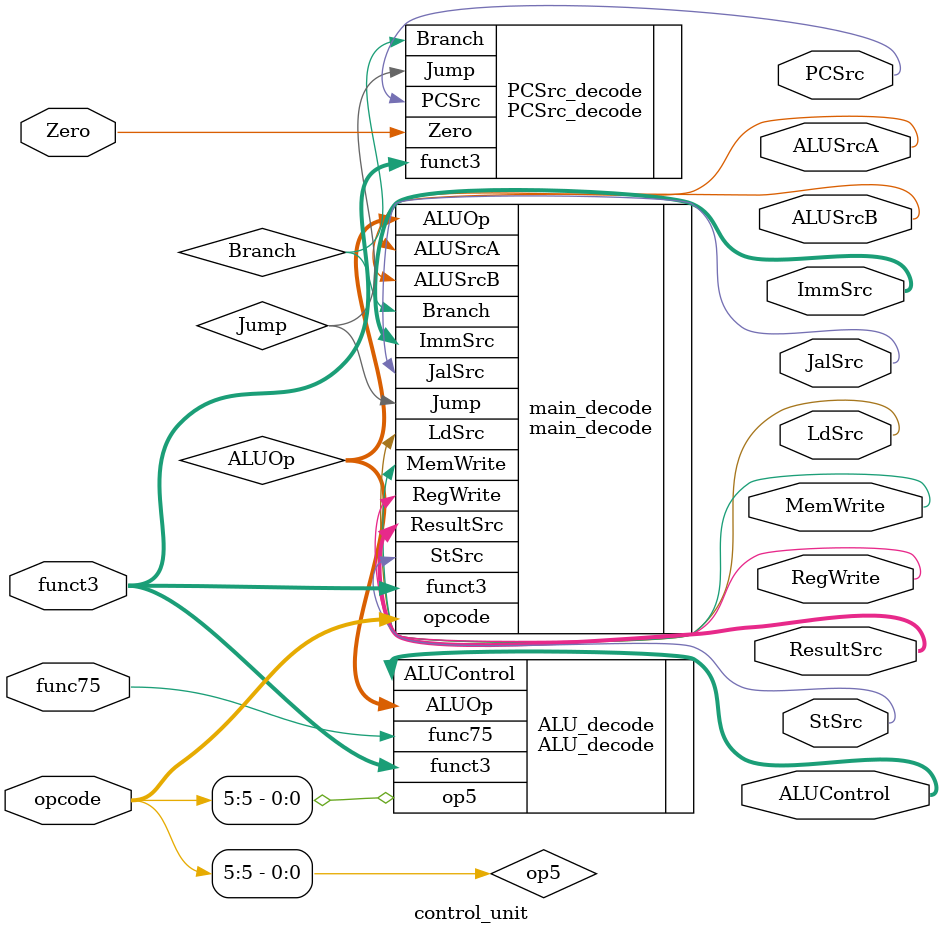
<source format=sv>

module control_unit (
    input logic [6:0]   opcode,
    input logic [2:0]   funct3,
    input logic         func75,
    // used for determination of branch
    input logic         Zero, 
    output logic        PCSrc,
    output logic [1:0]  ResultSrc,
    output logic        MemWrite, 
    output logic        ALUSrcA, 
    output logic        ALUSrcB,
    output logic [2:0]  ImmSrc, 
    output logic        RegWrite,
    output logic [2:0]  ALUControl,
    output logic        LdSrc, 
    output logic        StSrc, 
    output logic        JalSrc
);

logic [1:0]             ALUOp;
logic                   Branch;
logic                   Jump;
logic                   op5;

main_decode main_decode(
    .opcode(opcode),
    .funct3(funct3),
    .Branch(Branch),
    .Jump(Jump),
    .ResultSrc(ResultSrc),
    .MemWrite(MemWrite),
    .ALUSrcA(ALUSrcA),
    .ALUSrcB(ALUSrcB),
    .ImmSrc(ImmSrc),
    .RegWrite(RegWrite),
    .ALUOp(ALUOp),
    .LdSrc(LdSrc),
    .StSrc(StSrc), 
    .JalSrc(JalSrc)
);

PCSrc_decode PCSrc_decode(
    .Zero(Zero),
    .Branch(Branch),
    .Jump(Jump),
    .funct3(funct3),
    .PCSrc(PCSrc)
);

ALU_decode ALU_decode(
    .op5(op5),
    .funct3(funct3),
    .func75(func75),
    .ALUOp(ALUOp),
    .ALUControl(ALUControl)
);

assign op5 = opcode[5];

endmodule

</source>
